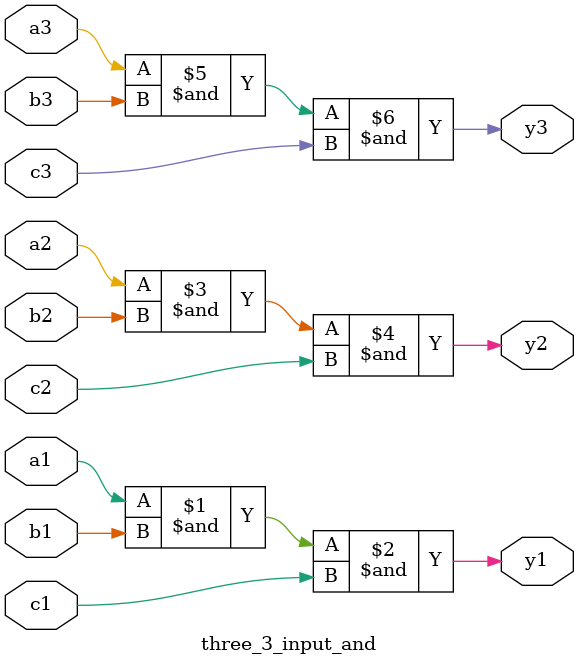
<source format=v>
`timescale 1ns / 1ps

module three_3_input_and #(parameter DELAY = 10)(
    input wire a1,b1,c1,a2,b2,c2,a3,b3,c3,
    output wire y1,y2,y3
    );
    
    and #DELAY (y1,a1,b1,c1);
    and #DELAY (y2,a2,b2,c2);
    and #DELAY (y3,a3,b3,c3);
    
endmodule

</source>
